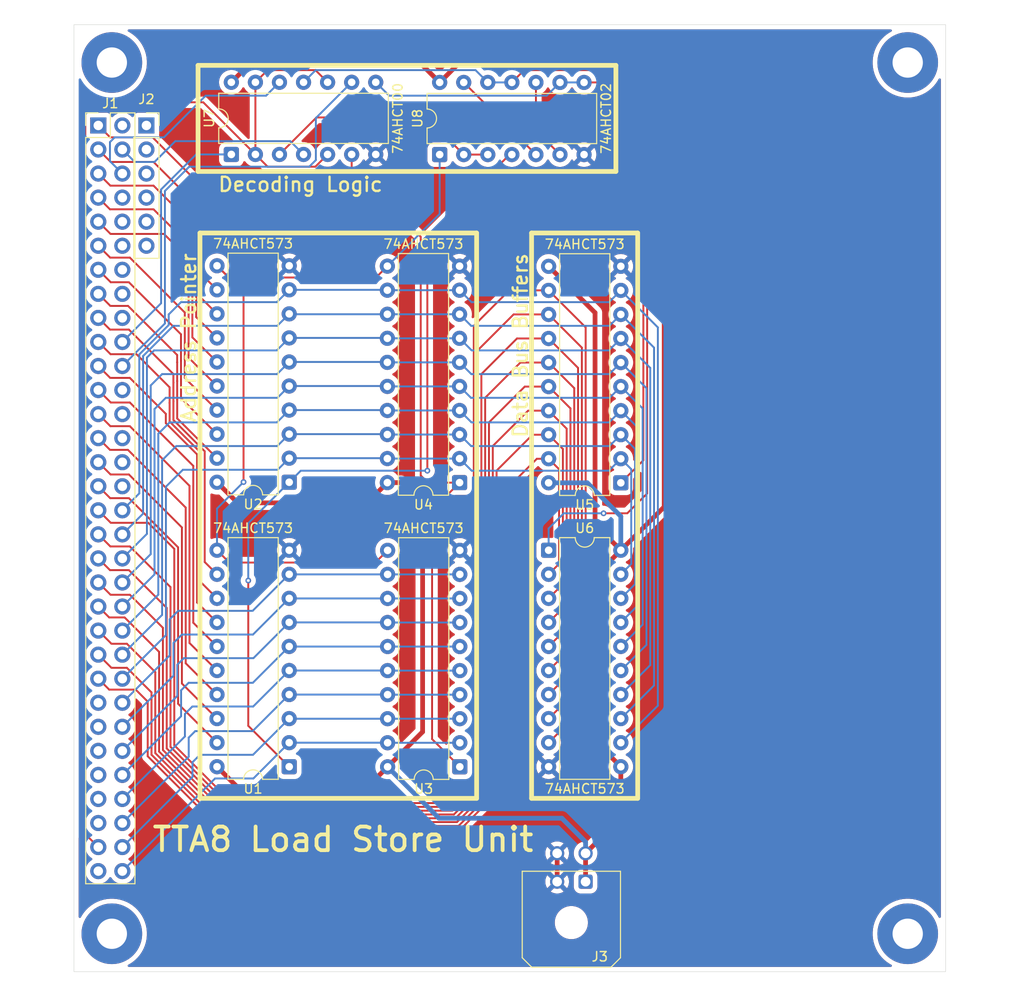
<source format=kicad_pcb>
(kicad_pcb (version 20241229) (generator "pcbnew") (generator_version "9.0")
  (title_block (title "TTA8 Load Store Unit") (date "2025-09-17") (rev "0"))
  (layers (0 "F.Cu" signal) (2 "B.Cu" signal) (13 "F.Paste" user) (15 "B.Paste" user) (5 "F.SilkS" user "F.Silkscreen") (7 "B.SilkS" user "B.Silkscreen") (1 "F.Mask" user) (3 "B.Mask" user) (25 "Edge.Cuts" user))
  (net 0 "")
  (net 1 "LDI")
  (net 2 "EXC")
  (net 3 "A13")
  (net 4 "SRC5")
  (net 5 "D6")
  (net 6 "A14")
  (net 7 "D1")
  (net 8 "T9")
  (net 9 "T8")
  (net 10 "DST6")
  (net 11 "A15")
  (net 12 "DST0")
  (net 13 "T0")
  (net 14 "A4")
  (net 15 "DST1")
  (net 16 "A0")
  (net 17 "T15")
  (net 18 "T14")
  (net 19 "T7")
  (net 20 "A6")
  (net 21 "T1")
  (net 22 "DST2")
  (net 23 "D7")
  (net 24 "T13")
  (net 25 "A3")
  (net 26 "ZERO")
  (net 27 "D2")
  (net 28 "A7")
  (net 29 "MVI")
  (net 30 "{slash}R")
  (net 31 "A9")
  (net 32 "DST4")
  (net 33 "T6")
  (net 34 "SRC1")
  (net 35 "A12")
  (net 36 "SRC3")
  (net 37 "D4")
  (net 38 "T4")
  (net 39 "DST3")
  (net 40 "A1")
  (net 41 "A2")
  (net 42 "T5")
  (net 43 "SRC2")
  (net 44 "T2")
  (net 45 "A8")
  (net 46 "SRC0")
  (net 47 "A10")
  (net 48 "D5")
  (net 49 "SRC7")
  (net 50 "D3")
  (net 51 "D0")
  (net 52 "A5")
  (net 53 "CLK")
  (net 54 "MOV")
  (net 55 "SRC6")
  (net 56 "DST7")
  (net 57 "CARRY")
  (net 58 "A11")
  (net 59 "DST5")
  (net 60 "T3")
  (net 61 "T12")
  (net 62 "T11")
  (net 63 "T10")
  (net 64 "SRC4")
  (net 65 "GND")
  (net 66 "+5V")
  (net 67 "srce2")
  (net 68 "dste0")
  (net 69 "srce0")
  (net 70 "dste2")
  (net 71 "dste1")
  (net 72 "srce1")
  (net 73 "Net-(U1-OE)")
  (net 74 "Net-(U1-Load)")
  (net 75 "Net-(U3-OE)")
  (net 76 "Net-(U5-OE)")
  (net 77 "Net-(U6-OE)")
  (net 78 "Net-(U7-Pad3)")
  (net 79 "Net-(U8-Pad13)")
  (net 80 "Net-(U8-Pad10)")
  (footprint "Connector_PinSocket_2.54mm:PinSocket_1x06_P2.54mm_Vertical" (layer "F.Cu") (at 62.65 57.645)
    (property "Reference" "J2")
    (property "Value" "Conn_01x06")
  )
  (footprint "Package_DIP:DIP-14_W7.62mm" (layer "F.Cu") (at 93.6 60.72 90)
    (property "Reference" "U8")
    (property "Value" "74AHCT02")
  )
  (footprint "Package_DIP:DIP-20_W7.62mm" (layer "F.Cu") (at 95.7 95.36 180)
    (property "Reference" "U4")
    (property "Value" "74AHCT573")
  )
  (footprint "Package_DIP:DIP-20_W7.62mm" (layer "F.Cu") (at 95.725 125.37 180)
    (property "Reference" "U3")
    (property "Value" "74AHCT573")
  )
  (footprint "MountingHole:MountingHole_3.2mm_M3_Pad" (layer "F.Cu") (at 59 143)
    (property "Reference" "H3" (hide yes))
    (property "Value" "MountingHole_Pad" (hide yes))
  )
  (footprint "Package_DIP:DIP-20_W7.62mm" (layer "F.Cu") (at 112.72 95.38 180)
    (property "Reference" "U5")
    (property "Value" "74AHCT573")
  )
  (footprint "MountingHole:MountingHole_3.2mm_M3_Pad" (layer "F.Cu") (at 143 51)
    (property "Reference" "H2" (hide yes))
    (property "Value" "MountingHole_Pad" (hide yes))
  )
  (footprint "Package_DIP:DIP-14_W7.62mm" (layer "F.Cu") (at 71.6125 60.705 90)
    (property "Reference" "U7")
    (property "Value" "74AHCT00")
  )
  (footprint "Connector_PinHeader_2.54mm:PinHeader_2x32_P2.54mm_Vertical" (layer "F.Cu") (at 57.57 57.645)
    (property "Reference" "J1")
    (property "Value" "Conn_02x32_Counter_Clockwise")
  )
  (footprint "MountingHole:MountingHole_3.2mm_M3_Pad" (layer "F.Cu") (at 59 51)
    (property "Reference" "H1" (hide yes))
    (property "Value" "MountingHole_Pad" (hide yes))
  )
  (footprint "Package_DIP:DIP-20_W7.62mm" (layer "F.Cu") (at 105.1 102.5)
    (property "Reference" "U6")
    (property "Value" "74AHCT573")
  )
  (footprint "Package_DIP:DIP-20_W7.62mm" (layer "F.Cu") (at 77.72 95.32 180)
    (property "Reference" "U2")
    (property "Value" "74AHCT573")
  )
  (footprint "Connector_Molex:Molex_Micro-Fit_3.0_43045-0400_2x02_P3.00mm_Horizontal" (layer "F.Cu") (at 109 137.5 180)
    (property "Reference" "J3")
    (property "Value" "Conn_02x02_Odd_Even")
  )
  (footprint "MountingHole:MountingHole_3.2mm_M3_Pad" (layer "F.Cu") (at 143 143)
    (property "Reference" "H4" (hide yes))
    (property "Value" "MountingHole_Pad" (hide yes))
  )
  (footprint "Package_DIP:DIP-20_W7.62mm" (layer "F.Cu") (at 77.72 125.36 180)
    (property "Reference" "U1")
    (property "Value" "74AHCT573")
  )
  (gr_line (start 68.1 51.3) (end 68.1 62.5) (stroke (width 0.5)) (layer "F.SilkS"))
  (gr_line (start 103.3 69) (end 114.5 69) (stroke (width 0.5)) (layer "F.SilkS"))
  (gr_line (start 97.5 128.7) (end 68.3 128.7) (stroke (width 0.5)) (layer "F.SilkS"))
  (gr_line (start 97.5 69) (end 68.3 69) (stroke (width 0.5)) (layer "F.SilkS"))
  (gr_line (start 112.2 51.3) (end 68.1 51.3) (stroke (width 0.5)) (layer "F.SilkS"))
  (gr_line (start 68.1 62.5) (end 112.2 62.5) (stroke (width 0.5)) (layer "F.SilkS"))
  (gr_line (start 112.2 62.5) (end 112.2 51.3) (stroke (width 0.5)) (layer "F.SilkS"))
  (gr_line (start 68.3 69) (end 68.3 128.7) (stroke (width 0.5)) (layer "F.SilkS"))
  (gr_line (start 97.5 69) (end 97.5 128.7) (stroke (width 0.5)) (layer "F.SilkS"))
  (gr_line (start 103.3 128.7) (end 114.5 128.7) (stroke (width 0.5)) (layer "F.SilkS"))
  (gr_line (start 103.3 128.7) (end 103.3 69) (stroke (width 0.5)) (layer "F.SilkS"))
  (gr_line (start 114.5 69) (end 114.5 128.7) (stroke (width 0.5)) (layer "F.SilkS"))
  (gr_rect (start 55 47) (end 147 147) (stroke (width 0.05)) (fill no) (layer "Edge.Cuts"))
  (gr_text "TTA8 Load Store Unit" (at 83.4 134.5 0) (layer "F.SilkS") (effects (font (size 2.5 2.5) (thickness 0.4)) (justify bottom)))
  (gr_text "Address Pointer" (at 68 71 90) (layer "F.SilkS") (effects (font (size 1.5 1.5) (thickness 0.25)) (justify right bottom)))
  (gr_text "Data Bus Buffers" (at 103 71 90) (layer "F.SilkS") (effects (font (size 1.5 1.5) (thickness 0.25)) (justify right bottom)))
  (gr_text "Decoding Logic" (at 70.1 63 0) (layer "F.SilkS") (effects (font (size 1.5 1.5) (thickness 0.25)) (justify left top)))
  (segment (start 70.1 117.74) (end 66.795 114.435) (width 0.2) (layer "F.Cu") (net 3))
  (segment (start 66.795 114.435) (end 66.795 97.995) (width 0.2) (layer "F.Cu") (net 3))
  (segment (start 58.805 91.9) (end 57.57 90.665) (width 0.2) (layer "F.Cu") (net 3))
  (segment (start 60.7 91.9) (end 58.805 91.9) (width 0.2) (layer "F.Cu") (net 3))
  (segment (start 66.795 97.995) (end 60.7 91.9) (width 0.2) (layer "F.Cu") (net 3))
  (segment (start 70.7034 131.606) (end 95.5966 131.606) (width 0.2) (layer "F.Cu") (net 5))
  (segment (start 106.602 106.078) (end 105.1 107.58) (width 0.2) (layer "F.Cu") (net 5))
  (segment (start 99.606 94.094) (end 103.4 90.3) (width 0.2) (layer "F.Cu") (net 5))
  (segment (start 60.58676 114.914) (end 63.186 117.51324) (width 0.2) (layer "F.Cu") (net 5))
  (segment (start 58.959 114.914) (end 60.58676 114.914) (width 0.2) (layer "F.Cu") (net 5))
  (segment (start 95.5966 131.606) (end 99.606 127.5966) (width 0.2) (layer "F.Cu") (net 5))
  (segment (start 105.1 90.3) (end 106.602 91.802) (width 0.2) (layer "F.Cu") (net 5))
  (segment (start 63.186 117.51324) (end 63.186 124.0886) (width 0.2) (layer "F.Cu") (net 5))
  (segment (start 99.606 127.5966) (end 99.606 94.094) (width 0.2) (layer "F.Cu") (net 5))
  (segment (start 105.1 90.3) (end 103.4 90.3) (width 0.2) (layer "F.Cu") (net 5))
  (segment (start 106.602 91.802) (end 106.602 106.078) (width 0.2) (layer "F.Cu") (net 5))
  (segment (start 63.186 124.0886) (end 70.7034 131.606) (width 0.2) (layer "F.Cu") (net 5))
  (segment (start 57.57 113.525) (end 58.959 114.914) (width 0.2) (layer "F.Cu") (net 5))
  (segment (start 60.8 94.5) (end 58.865 94.5) (width 0.2) (layer "F.Cu") (net 6))
  (segment (start 58.865 94.5) (end 57.57 93.205) (width 0.2) (layer "F.Cu") (net 6))
  (segment (start 66.394 116.574) (end 66.394 100.094) (width 0.2) (layer "F.Cu") (net 6))
  (segment (start 66.394 100.094) (end 60.8 94.5) (width 0.2) (layer "F.Cu") (net 6))
  (segment (start 70.1 120.28) (end 66.394 116.574) (width 0.2) (layer "F.Cu") (net 6))
  (segment (start 60.9 102.1) (end 65.191 106.391) (width 0.2) (layer "F.Cu") (net 7))
  (segment (start 108.607 81.107) (end 108.607 116.773) (width 0.2) (layer "F.Cu") (net 7))
  (segment (start 65.191 106.391) (end 65.191 123.2581) (width 0.2) (layer "F.Cu") (net 7))
  (segment (start 97.601 126.7661) (end 97.601 81.399) (width 0.2) (layer "F.Cu") (net 7))
  (segment (start 97.601 81.399) (end 101.4 77.6) (width 0.2) (layer "F.Cu") (net 7))
  (segment (start 71.5339 129.601) (end 94.7661 129.601) (width 0.2) (layer "F.Cu") (net 7))
  (segment (start 65.191 123.2581) (end 71.5339 129.601) (width 0.2) (layer "F.Cu") (net 7))
  (segment (start 94.7661 129.601) (end 97.601 126.7661) (width 0.2) (layer "F.Cu") (net 7))
  (segment (start 57.57 100.825) (end 58.845 102.1) (width 0.2) (layer "F.Cu") (net 7))
  (segment (start 108.607 116.773) (end 105.1 120.28) (width 0.2) (layer "F.Cu") (net 7))
  (segment (start 105.1 77.6) (end 101.4 77.6) (width 0.2) (layer "F.Cu") (net 7))
  (segment (start 58.845 102.1) (end 60.9 102.1) (width 0.2) (layer "F.Cu") (net 7))
  (segment (start 105.1 77.6) (end 108.607 81.107) (width 0.2) (layer "F.Cu") (net 7))
  (segment (start 77.72 107.58) (end 73.9 111.4) (width 0.2) (layer "B.Cu") (net 8))
  (segment (start 77.79 107.59) (end 88.105 107.59) (width 0.2) (layer "B.Cu") (net 8))
  (segment (start 73.9 111.4) (end 66.4 111.4) (width 0.2) (layer "B.Cu") (net 8))
  (segment (start 65.509 115.746) (end 60.11 121.145) (width 0.2) (layer "B.Cu") (net 8))
  (segment (start 77.72 107.58) (end 77.78 107.58) (width 0.2) (layer "B.Cu") (net 8))
  (segment (start 66.4 111.4) (end 65.509 112.291) (width 0.2) (layer "B.Cu") (net 8))
  (segment (start 95.725 107.59) (end 88.105 107.59) (width 0.2) (layer "B.Cu") (net 8))
  (segment (start 77.78 107.58) (end 77.79 107.59) (width 0.2) (layer "B.Cu") (net 8))
  (segment (start 65.509 112.291) (end 65.509 115.746) (width 0.2) (layer "B.Cu") (net 8))
  (segment (start 65.108 113.607) (end 60.11 118.605) (width 0.2) (layer "B.Cu") (net 9))
  (segment (start 77.75 105.05) (end 88.105 105.05) (width 0.2) (layer "B.Cu") (net 9))
  (segment (start 77.72 105.04) (end 77.74 105.04) (width 0.2) (layer "B.Cu") (net 9))
  (segment (start 66 108.9) (end 65.108 109.792) (width 0.2) (layer "B.Cu") (net 9))
  (segment (start 77.72 105.04) (end 73.86 108.9) (width 0.2) (layer "B.Cu") (net 9))
  (segment (start 65.108 109.792) (end 65.108 113.607) (width 0.2) (layer "B.Cu") (net 9))
  (segment (start 73.86 108.9) (end 66 108.9) (width 0.2) (layer "B.Cu") (net 9))
  (segment (start 88.105 105.05) (end 95.725 105.05) (width 0.2) (layer "B.Cu") (net 9))
  (segment (start 77.74 105.04) (end 77.75 105.05) (width 0.2) (layer "B.Cu") (net 9))
  (segment (start 65.993 102.193) (end 60.8 97) (width 0.2) (layer "F.Cu") (net 11))
  (segment (start 60.8 97) (end 58.825 97) (width 0.2) (layer "F.Cu") (net 11))
  (segment (start 58.825 97) (end 57.57 95.745) (width 0.2) (layer "F.Cu") (net 11))
  (segment (start 65.993 118.713) (end 65.993 102.193) (width 0.2) (layer "F.Cu") (net 11))
  (segment (start 70.1 122.82) (end 65.993 118.713) (width 0.2) (layer "F.Cu") (net 11))
  (segment (start 116.628 78.968) (end 116.628 118.912) (width 0.2) (layer "B.Cu") (net 13))
  (segment (start 77.72 75) (end 76.42 76.3) (width 0.2) (layer "B.Cu") (net 13))
  (segment (start 116.628 118.912) (end 112.72 122.82) (width 0.2) (layer "B.Cu") (net 13))
  (segment (start 65.002 78.7201) (end 61.9 81.8221) (width 0.2) (layer "B.Cu") (net 13))
  (segment (start 76.42 76.3) (end 66.3 76.3) (width 0.2) (layer "B.Cu") (net 13))
  (segment (start 88.04 75) (end 88.08 75.04) (width 0.2) (layer "B.Cu") (net 13))
  (segment (start 61.9 96.495) (end 60.11 98.285) (width 0.2) (layer "B.Cu") (net 13))
  (segment (start 111.48 76.3) (end 96.96 76.3) (width 0.2) (layer "B.Cu") (net 13))
  (segment (start 88.08 75.04) (end 95.7 75.04) (width 0.2) (layer "B.Cu") (net 13))
  (segment (start 111.48 76.3) (end 112.72 75.06) (width 0.2) (layer "B.Cu") (net 13))
  (segment (start 61.9 81.8221) (end 61.9 96.495) (width 0.2) (layer "B.Cu") (net 13))
  (segment (start 66.3 76.3) (end 65.002 77.598) (width 0.2) (layer "B.Cu") (net 13))
  (segment (start 95.7 75.04) (end 96.96 76.3) (width 0.2) (layer "B.Cu") (net 13))
  (segment (start 77.72 75) (end 88.04 75) (width 0.2) (layer "B.Cu") (net 13))
  (segment (start 65.002 77.598) (end 65.002 78.7201) (width 0.2) (layer "B.Cu") (net 13))
  (segment (start 112.72 75.06) (end 116.628 78.968) (width 0.2) (layer "B.Cu") (net 13))
  (segment (start 58.865 69.1) (end 57.57 67.805) (width 0.2) (layer "F.Cu") (net 14))
  (segment (start 67.099 71.699) (end 64.5 69.1) (width 0.2) (layer "F.Cu") (net 14))
  (segment (start 67.099 82.159) (end 67.099 71.699) (width 0.2) (layer "F.Cu") (net 14))
  (segment (start 64.5 69.1) (end 58.865 69.1) (width 0.2) (layer "F.Cu") (net 14))
  (segment (start 70.1 85.16) (end 67.099 82.159) (width 0.2) (layer "F.Cu") (net 14))
  (segment (start 67.895 60.705) (end 71.6125 60.705) (width 0.2) (layer "B.Cu") (net 15))
  (segment (start 64.2 64.4) (end 64.2 76.415) (width 0.2) (layer "B.Cu") (net 15))
  (segment (start 64.2 76.415) (end 60.11 80.505) (width 0.2) (layer "B.Cu") (net 15))
  (segment (start 67.895 60.705) (end 64.2 64.4) (width 0.2) (layer "B.Cu") (net 15))
  (segment (start 68.7 64.3) (end 63.3 58.9) (width 0.2) (layer "F.Cu") (net 16))
  (segment (start 58.825 58.9) (end 57.57 57.645) (width 0.2) (layer "F.Cu") (net 16))
  (segment (start 63.3 58.9) (end 58.825 58.9) (width 0.2) (layer "F.Cu") (net 16))
  (segment (start 70.1 75) (end 68.7 73.6) (width 0.2) (layer "F.Cu") (net 16))
  (segment (start 68.7 73.6) (end 68.7 64.3) (width 0.2) (layer "F.Cu") (net 16))
  (segment (start 73.94 126.6) (end 69.894999 126.6) (width 0.2) (layer "B.Cu") (net 17))
  (segment (start 69.894999 126.6) (end 60.11 136.384999) (width 0.2) (layer "B.Cu") (net 17))
  (segment (start 88.095 122.82) (end 88.105 122.83) (width 0.2) (layer "B.Cu") (net 17))
  (segment (start 77.72 122.82) (end 88.095 122.82) (width 0.2) (layer "B.Cu") (net 17))
  (segment (start 88.105 122.83) (end 95.725 122.83) (width 0.2) (layer "B.Cu") (net 17))
  (segment (start 60.11 136.384999) (end 60.11 136.385) (width 0.2) (layer "B.Cu") (net 17))
  (segment (start 77.72 122.82) (end 73.94 126.6) (width 0.2) (layer "B.Cu") (net 17))
  (segment (start 95.725 120.29) (end 88.105 120.29) (width 0.2) (layer "B.Cu") (net 18))
  (segment (start 77.73 120.29) (end 77.72 120.28) (width 0.2) (layer "B.Cu") (net 18))
  (segment (start 73.9 124.1) (end 68.3 124.1) (width 0.2) (layer "B.Cu") (net 18))
  (segment (start 68.3 124.1) (end 67.514 124.886) (width 0.2) (layer "B.Cu") (net 18))
  (segment (start 88.105 120.29) (end 77.73 120.29) (width 0.2) (layer "B.Cu") (net 18))
  (segment (start 67.514 124.886) (end 67.514 126.441) (width 0.2) (layer "B.Cu") (net 18))
  (segment (start 77.72 120.28) (end 73.9 124.1) (width 0.2) (layer "B.Cu") (net 18))
  (segment (start 67.514 126.441) (end 60.11 133.845) (width 0.2) (layer "B.Cu") (net 18))
  (segment (start 88.08 92.82) (end 95.7 92.82) (width 0.2) (layer "B.Cu") (net 19))
  (segment (start 77.72 92.78) (end 88.04 92.78) (width 0.2) (layer "B.Cu") (net 19))
  (segment (start 64.707 111.468) (end 60.11 116.065) (width 0.2) (layer "B.Cu") (net 19))
  (segment (start 113.821 93.941) (end 113.821 103.939) (width 0.2) (layer "B.Cu") (net 19))
  (segment (start 76.5 94) (end 66.5 94) (width 0.2) (layer "B.Cu") (net 19))
  (segment (start 66.5 94) (end 64.707 95.793) (width 0.2) (layer "B.Cu") (net 19))
  (segment (start 111.46 94.1) (end 112.72 92.84) (width 0.2) (layer "B.Cu") (net 19))
  (segment (start 88.04 92.78) (end 88.08 92.82) (width 0.2) (layer "B.Cu") (net 19))
  (segment (start 64.707 95.793) (end 64.707 111.468) (width 0.2) (layer "B.Cu") (net 19))
  (segment (start 113.821 103.939) (end 112.72 105.04) (width 0.2) (layer "B.Cu") (net 19))
  (segment (start 112.72 92.84) (end 113.821 93.941) (width 0.2) (layer "B.Cu") (net 19))
  (segment (start 95.7 92.82) (end 96.98 94.1) (width 0.2) (layer "B.Cu") (net 19))
  (segment (start 77.72 92.78) (end 76.5 94) (width 0.2) (layer "B.Cu") (net 19))
  (segment (start 96.98 94.1) (end 111.46 94.1) (width 0.2) (layer "B.Cu") (net 19))
  (segment (start 60.8 74.2) (end 58.885 74.2) (width 0.2) (layer "F.Cu") (net 20))
  (segment (start 66.3 84.4671) (end 66.299 84.4661) (width 0.2) (layer "F.Cu") (net 20))
  (segment (start 66.299 82.4932) (end 66.297 82.4912) (width 0.2) (layer "F.Cu") (net 20))
  (segment (start 58.885 74.2) (end 57.57 72.885) (width 0.2) (layer "F.Cu") (net 20))
  (segment (start 66.3 86.44) (end 66.3 84.4671) (width 0.2) (layer "F.Cu") (net 20))
  (segment (start 66.299 84.4661) (end 66.299 82.4932) (width 0.2) (layer "F.Cu") (net 20))
  (segment (start 70.1 90.24) (end 66.3 86.44) (width 0.2) (layer "F.Cu") (net 20))
  (segment (start 66.297 82.4912) (end 66.297 79.697) (width 0.2) (layer "F.Cu") (net 20))
  (segment (start 66.297 79.697) (end 60.8 74.2) (width 0.2) (layer "F.Cu") (net 20))
  (segment (start 96.92 78.8) (end 111.52 78.8) (width 0.2) (layer "B.Cu") (net 21))
  (segment (start 77.84 77.54) (end 77.88 77.58) (width 0.2) (layer "B.Cu") (net 21))
  (segment (start 116.227 116.773) (end 112.72 120.28) (width 0.2) (layer "B.Cu") (net 21))
  (segment (start 116.227 81.107) (end 116.227 116.773) (width 0.2) (layer "B.Cu") (net 21))
  (segment (start 77.72 77.54) (end 77.84 77.54) (width 0.2) (layer "B.Cu") (net 21))
  (segment (start 76.46 78.8) (end 65.4892 78.8) (width 0.2) (layer "B.Cu") (net 21))
  (segment (start 77.72 77.54) (end 76.46 78.8) (width 0.2) (layer "B.Cu") (net 21))
  (segment (start 112.72 77.6) (end 116.227 81.107) (width 0.2) (layer "B.Cu") (net 21))
  (segment (start 62.301 81.9882) (end 62.301 98.634) (width 0.2) (layer "B.Cu") (net 21))
  (segment (start 88.08 77.58) (end 95.7 77.58) (width 0.2) (layer "B.Cu") (net 21))
  (segment (start 111.52 78.8) (end 112.72 77.6) (width 0.2) (layer "B.Cu") (net 21))
  (segment (start 95.7 77.58) (end 96.92 78.8) (width 0.2) (layer "B.Cu") (net 21))
  (segment (start 62.301 98.634) (end 60.11 100.825) (width 0.2) (layer "B.Cu") (net 21))
  (segment (start 77.88 77.58) (end 88.08 77.58) (width 0.2) (layer "B.Cu") (net 21))
  (segment (start 65.4892 78.8) (end 62.301 81.9882) (width 0.2) (layer "B.Cu") (net 21))
  (segment (start 64.601 78.554) (end 60.11 83.045) (width 0.2) (layer "B.Cu") (net 22))
  (segment (start 80.5325 56.865) (end 80.5325 61.3) (width 0.2) (layer "B.Cu") (net 22))
  (segment (start 80.5325 61.3) (end 79.8325 62) (width 0.2) (layer "B.Cu") (net 22))
  (segment (start 67.1671 62) (end 64.601 64.5661) (width 0.2) (layer "B.Cu") (net 22))
  (segment (start 64.601 64.5661) (end 64.601 78.554) (width 0.2) (layer "B.Cu") (net 22))
  (segment (start 84.3125 53.085) (end 80.5325 56.865) (width 0.2) (layer "B.Cu") (net 22))
  (segment (start 67.1671 62) (end 79.8325 62) (width 0.2) (layer "B.Cu") (net 22))
  (segment (start 58.721 117.216) (end 61.516 117.216) (width 0.2) (layer "F.Cu") (net 23))
  (segment (start 105.1 92.84) (end 106.201 93.941) (width 0.2) (layer "F.Cu") (net 23))
  (segment (start 106.201 93.941) (end 106.201 103.939) (width 0.2) (layer "F.Cu") (net 23))
  (segment (start 105.1 92.84) (end 103.86 92.84) (width 0.2) (layer "F.Cu") (net 23))
  (segment (start 57.57 116.065) (end 58.721 117.216) (width 0.2) (layer "F.Cu") (net 23))
  (segment (start 62.785 118.485) (end 62.785 124.2547) (width 0.2) (layer "F.Cu") (net 23))
  (segment (start 61.516 117.216) (end 62.785 118.485) (width 0.2) (layer "F.Cu") (net 23))
  (segment (start 95.7627 132.007) (end 100.007 127.7627) (width 0.2) (layer "F.Cu") (net 23))
  (segment (start 62.785 124.2547) (end 70.5373 132.007) (width 0.2) (layer "F.Cu") (net 23))
  (segment (start 100.007 127.7627) (end 100.007 96.693) (width 0.2) (layer "F.Cu") (net 23))
  (segment (start 70.5373 132.007) (end 95.7627 132.007) (width 0.2) (layer "F.Cu") (net 23))
  (segment (start 100.007 96.693) (end 103.86 92.84) (width 0.2) (layer "F.Cu") (net 23))
  (segment (start 106.201 103.939) (end 105.1 105.04) (width 0.2) (layer "F.Cu") (net 23))
  (segment (start 77.72 117.74) (end 88.095 117.74) (width 0.2) (layer "B.Cu") (net 24))
  (segment (start 77.72 117.74) (end 73.86 121.6) (width 0.2) (layer "B.Cu") (net 24))
  (segment (start 67.113 124.302) (end 60.11 131.305) (width 0.2) (layer "B.Cu") (net 24))
  (segment (start 67.8 121.6) (end 67.113 122.287) (width 0.2) (layer "B.Cu") (net 24))
  (segment (start 73.86 121.6) (end 67.8 121.6) (width 0.2) (layer "B.Cu") (net 24))
  (segment (start 88.105 117.75) (end 95.725 117.75) (width 0.2) (layer "B.Cu") (net 24))
  (segment (start 67.113 122.287) (end 67.113 124.302) (width 0.2) (layer "B.Cu") (net 24))
  (segment (start 88.095 117.74) (end 88.105 117.75) (width 0.2) (layer "B.Cu") (net 24))
  (segment (start 63.4 66.5) (end 58.805 66.5) (width 0.2) (layer "F.Cu") (net 25))
  (segment (start 67.5 70.6) (end 63.4 66.5) (width 0.2) (layer "F.Cu") (net 25))
  (segment (start 70.1 82.62) (end 67.5 80.02) (width 0.2) (layer "F.Cu") (net 25))
  (segment (start 58.805 66.5) (end 57.57 65.265) (width 0.2) (layer "F.Cu") (net 25))
  (segment (start 67.5 80.02) (end 67.5 70.6) (width 0.2) (layer "F.Cu") (net 25))
  (segment (start 108.206 83.246) (end 108.206 114.634) (width 0.2) (layer "F.Cu") (net 27))
  (segment (start 105.1 80.14) (end 108.206 83.246) (width 0.2) (layer "F.Cu") (net 27))
  (segment (start 71.3678 130.002) (end 94.9322 130.002) (width 0.2) (layer "F.Cu") (net 27))
  (segment (start 57.57 103.365) (end 58.805 104.6) (width 0.2) (layer "F.Cu") (net 27))
  (segment (start 58.805 104.6) (end 60.8 104.6) (width 0.2) (layer "F.Cu") (net 27))
  (segment (start 60.8 104.6) (end 64.79 108.59) (width 0.2) (layer "F.Cu") (net 27))
  (segment (start 98.002 126.9322) (end 98.002 83.898) (width 0.2) (layer "F.Cu") (net 27))
  (segment (start 64.79 108.59) (end 64.79 123.4242) (width 0.2) (layer "F.Cu") (net 27))
  (segment (start 94.9322 130.002) (end 98.002 126.9322) (width 0.2) (layer "F.Cu") (net 27))
  (segment (start 98.002 83.898) (end 101.76 80.14) (width 0.2) (layer "F.Cu") (net 27))
  (segment (start 105.1 80.14) (end 101.76 80.14) (width 0.2) (layer "F.Cu") (net 27))
  (segment (start 108.206 114.634) (end 105.1 117.74) (width 0.2) (layer "F.Cu") (net 27))
  (segment (start 64.79 123.4242) (end 71.3678 130.002) (width 0.2) (layer "F.Cu") (net 27))
  (segment (start 65.9 86.6071) (end 65.899 86.6061) (width 0.2) (layer "F.Cu") (net 28))
  (segment (start 65.896 82.6573) (end 65.896 81.88524) (width 0.2) (layer "F.Cu") (net 28))
  (segment (start 65.898 84.6322) (end 65.898 82.6593) (width 0.2) (layer "F.Cu") (net 28))
  (segment (start 60.71076 76.7) (end 58.845 76.7) (width 0.2) (layer "F.Cu") (net 28))
  (segment (start 65.899 86.6061) (end 65.899 84.6332) (width 0.2) (layer "F.Cu") (net 28))
  (segment (start 65.9 88.58) (end 65.9 86.6071) (width 0.2) (layer "F.Cu") (net 28))
  (segment (start 70.1 92.78) (end 65.9 88.58) (width 0.2) (layer "F.Cu") (net 28))
  (segment (start 65.896 81.88524) (end 60.71076 76.7) (width 0.2) (layer "F.Cu") (net 28))
  (segment (start 58.845 76.7) (end 57.57 75.425) (width 0.2) (layer "F.Cu") (net 28))
  (segment (start 65.899 84.6332) (end 65.898 84.6322) (width 0.2) (layer "F.Cu") (net 28))
  (segment (start 65.898 82.6593) (end 65.896 82.6573) (width 0.2) (layer "F.Cu") (net 28))
  (segment (start 68.399 105.879) (end 68.399 92.2132) (width 0.2) (layer "F.Cu") (net 31))
  (segment (start 65.098 88.9122) (end 65.098 86.9393) (width 0.2) (layer "F.Cu") (net 31))
  (segment (start 65.097 86.9383) (end 65.097 85.297) (width 0.2) (layer "F.Cu") (net 31))
  (segment (start 65.097 85.297) (end 61.6 81.8) (width 0.2) (layer "F.Cu") (net 31))
  (segment (start 70.1 107.58) (end 68.399 105.879) (width 0.2) (layer "F.Cu") (net 31))
  (segment (start 65.098 86.9393) (end 65.097 86.9383) (width 0.2) (layer "F.Cu") (net 31))
  (segment (start 68.399 92.2132) (end 65.098 88.9122) (width 0.2) (layer "F.Cu") (net 31))
  (segment (start 61.6 81.8) (end 58.865 81.8) (width 0.2) (layer "F.Cu") (net 31))
  (segment (start 58.865 81.8) (end 57.57 80.505) (width 0.2) (layer "F.Cu") (net 31))
  (segment (start 64.306 109.329) (end 60.11 113.525) (width 0.2) (layer "B.Cu") (net 33))
  (segment (start 64.306 92.994) (end 64.306 109.329) (width 0.2) (layer "B.Cu") (net 33))
  (segment (start 65.8 91.5) (end 64.306 92.994) (width 0.2) (layer "B.Cu") (net 33))
  (segment (start 111.52 91.5) (end 112.72 90.3) (width 0.2) (layer "B.Cu") (net 33))
  (segment (start 114.222 91.802) (end 114.222 106.078) (width 0.2) (layer "B.Cu") (net 33))
  (segment (start 77.72 90.24) (end 76.46 91.5) (width 0.2) (layer "B.Cu") (net 33))
  (segment (start 114.222 106.078) (end 112.72 107.58) (width 0.2) (layer "B.Cu") (net 33))
  (segment (start 112.72 90.3) (end 114.222 91.802) (width 0.2) (layer "B.Cu") (net 33))
  (segment (start 111.52 91.5) (end 96.92 91.5) (width 0.2) (layer "B.Cu") (net 33))
  (segment (start 88.08 90.28) (end 95.7 90.28) (width 0.2) (layer "B.Cu") (net 33))
  (segment (start 88.04 90.24) (end 88.08 90.28) (width 0.2) (layer "B.Cu") (net 33))
  (segment (start 76.46 91.5) (end 65.8 91.5) (width 0.2) (layer "B.Cu") (net 33))
  (segment (start 77.72 90.24) (end 88.04 90.24) (width 0.2) (layer "B.Cu") (net 33))
  (segment (start 95.7 90.28) (end 96.92 91.5) (width 0.2) (layer "B.Cu") (net 33))
  (segment (start 79.2325 60.705) (end 77.8275 59.3) (width 0.2) (layer "B.Cu") (net 34))
  (segment (start 65.7 59.3) (end 63.5 61.5) (width 0.2) (layer "B.Cu") (net 34))
  (segment (start 61.425 61.5) (end 60.11 60.185) (width 0.2) (layer "B.Cu") (net 34))
  (segment (start 63.5 61.5) (end 61.425 61.5) (width 0.2) (layer "B.Cu") (net 34))
  (segment (start 65.7 59.3) (end 77.8275 59.3) (width 0.2) (layer "B.Cu") (net 34))
  (segment (start 70.1 115.2) (end 67.196 112.296) (width 0.2) (layer "F.Cu") (net 35))
  (segment (start 67.196 112.296) (end 67.196 95.696) (width 0.2) (layer "F.Cu") (net 35))
  (segment (start 58.845 89.4) (end 57.57 88.125) (width 0.2) (layer "F.Cu") (net 35))
  (segment (start 60.9 89.4) (end 58.845 89.4) (width 0.2) (layer "F.Cu") (net 35))
  (segment (start 67.196 95.696) (end 60.9 89.4) (width 0.2) (layer "F.Cu") (net 35))
  (segment (start 57.57 108.445) (end 58.721 109.596) (width 0.2) (layer "F.Cu") (net 37))
  (segment (start 95.2644 130.804) (end 98.804 127.2644) (width 0.2) (layer "F.Cu") (net 37))
  (segment (start 63.988 123.7564) (end 71.0356 130.804) (width 0.2) (layer "F.Cu") (net 37))
  (segment (start 63.988 113.23524) (end 63.988 123.7564) (width 0.2) (layer "F.Cu") (net 37))
  (segment (start 60.34876 109.596) (end 63.988 113.23524) (width 0.2) (layer "F.Cu") (net 37))
  (segment (start 107.404 87.524) (end 107.404 110.356) (width 0.2) (layer "F.Cu") (net 37))
  (segment (start 105.1 85.22) (end 102.58 85.22) (width 0.2) (layer "F.Cu") (net 37))
  (segment (start 107.404 110.356) (end 105.1 112.66) (width 0.2) (layer "F.Cu") (net 37))
  (segment (start 58.721 109.596) (end 60.34876 109.596) (width 0.2) (layer "F.Cu") (net 37))
  (segment (start 98.804 88.996) (end 102.58 85.22) (width 0.2) (layer "F.Cu") (net 37))
  (segment (start 98.804 127.2644) (end 98.804 88.996) (width 0.2) (layer "F.Cu") (net 37))
  (segment (start 71.0356 130.804) (end 95.2644 130.804) (width 0.2) (layer "F.Cu") (net 37))
  (segment (start 105.1 85.22) (end 107.404 87.524) (width 0.2) (layer "F.Cu") (net 37))
  (segment (start 115.024 110.356) (end 112.72 112.66) (width 0.2) (layer "B.Cu") (net 38))
  (segment (start 77.72 85.16) (end 76.48 86.4) (width 0.2) (layer "B.Cu") (net 38))
  (segment (start 111.54 86.4) (end 96.9 86.4) (width 0.2) (layer "B.Cu") (net 38))
  (segment (start 115.024 87.524) (end 115.024 110.356) (width 0.2) (layer "B.Cu") (net 38))
  (segment (start 112.72 85.22) (end 115.024 87.524) (width 0.2) (layer "B.Cu") (net 38))
  (segment (start 88.04 85.16) (end 88.08 85.2) (width 0.2) (layer "B.Cu") (net 38))
  (segment (start 63.504 87.596) (end 63.504 105.051) (width 0.2) (layer "B.Cu") (net 38))
  (segment (start 95.7 85.2) (end 96.9 86.4) (width 0.2) (layer "B.Cu") (net 38))
  (segment (start 88.08 85.2) (end 95.7 85.2) (width 0.2) (layer "B.Cu") (net 38))
  (segment (start 63.504 105.051) (end 60.11 108.445) (width 0.2) (layer "B.Cu") (net 38))
  (segment (start 76.48 86.4) (end 64.7 86.4) (width 0.2) (layer "B.Cu") (net 38))
  (segment (start 64.7 86.4) (end 63.504 87.596) (width 0.2) (layer "B.Cu") (net 38))
  (segment (start 77.72 85.16) (end 88.04 85.16) (width 0.2) (layer "B.Cu") (net 38))
  (segment (start 111.54 86.4) (end 112.72 85.22) (width 0.2) (layer "B.Cu") (net 38))
  (segment (start 58.885 61.5) (end 57.57 60.185) (width 0.2) (layer "F.Cu") (net 40))
  (segment (start 68.3 66.4) (end 63.4 61.5) (width 0.2) (layer "F.Cu") (net 40))
  (segment (start 70.1 77.54) (end 68.3 75.74) (width 0.2) (layer "F.Cu") (net 40))
  (segment (start 68.3 75.74) (end 68.3 66.4) (width 0.2) (layer "F.Cu") (net 40))
  (segment (start 63.4 61.5) (end 58.885 61.5) (width 0.2) (layer "F.Cu") (net 40))
  (segment (start 67.9 77.88) (end 67.9 68.5) (width 0.2) (layer "F.Cu") (net 41))
  (segment (start 58.845 64) (end 57.57 62.725) (width 0.2) (layer "F.Cu") (net 41))
  (segment (start 63.4 64) (end 58.845 64) (width 0.2) (layer "F.Cu") (net 41))
  (segment (start 70.1 80.08) (end 67.9 77.88) (width 0.2) (layer "F.Cu") (net 41))
  (segment (start 67.9 68.5) (end 63.4 64) (width 0.2) (layer "F.Cu") (net 41))
  (segment (start 65.1 89) (end 63.905 90.195) (width 0.2) (layer "B.Cu") (net 42))
  (segment (start 88.08 87.74) (end 95.7 87.74) (width 0.2) (layer "B.Cu") (net 42))
  (segment (start 111.48 89) (end 112.72 87.76) (width 0.2) (layer "B.Cu") (net 42))
  (segment (start 114.623 89.663) (end 114.623 108.217) (width 0.2) (layer "B.Cu") (net 42))
  (segment (start 63.905 90.195) (end 63.905 107.19) (width 0.2) (layer "B.Cu") (net 42))
  (segment (start 96.96 89) (end 111.48 89) (width 0.2) (layer "B.Cu") (net 42))
  (segment (start 77.72 87.7) (end 88.04 87.7) (width 0.2) (layer "B.Cu") (net 42))
  (segment (start 63.905 107.19) (end 60.11 110.985) (width 0.2) (layer "B.Cu") (net 42))
  (segment (start 95.7 87.74) (end 96.96 89) (width 0.2) (layer "B.Cu") (net 42))
  (segment (start 112.72 87.76) (end 114.623 89.663) (width 0.2) (layer "B.Cu") (net 42))
  (segment (start 88.04 87.7) (end 88.08 87.74) (width 0.2) (layer "B.Cu") (net 42))
  (segment (start 114.623 108.217) (end 112.72 110.12) (width 0.2) (layer "B.Cu") (net 42))
  (segment (start 76.42 89) (end 65.1 89) (width 0.2) (layer "B.Cu") (net 42))
  (segment (start 77.72 87.7) (end 76.42 89) (width 0.2) (layer "B.Cu") (net 42))
  (segment (start 68.9 54.5) (end 64.5 58.9) (width 0.2) (layer "B.Cu") (net 43))
  (segment (start 58.8 61.415) (end 60.11 62.725) (width 0.2) (layer "B.Cu") (net 43))
  (segment (start 59.3 58.9) (end 58.8 59.4) (width 0.2) (layer "B.Cu") (net 43))
  (segment (start 76.6925 53.085) (end 75.2775 54.5) (width 0.2) (layer "B.Cu") (net 43))
  (segment (start 64.5 58.9) (end 59.3 58.9) (width 0.2) (layer "B.Cu") (net 43))
  (segment (start 68.9 54.5) (end 75.2775 54.5) (width 0.2) (layer "B.Cu") (net 43))
  (segment (start 58.8 59.4) (end 58.8 61.415) (width 0.2) (layer "B.Cu") (net 43))
  (segment (start 111.46 81.4) (end 96.98 81.4) (width 0.2) (layer "B.Cu") (net 44))
  (segment (start 62.702 82.1543) (end 62.702 100.773) (width 0.2) (layer "B.Cu") (net 44))
  (segment (start 115.826 83.246) (end 115.826 114.634) (width 0.2) (layer "B.Cu") (net 44))
  (segment (start 111.46 81.4) (end 112.72 80.14) (width 0.2) (layer "B.Cu") (net 44))
  (segment (start 112.72 80.14) (end 115.826 83.246) (width 0.2) (layer "B.Cu") (net 44))
  (segment (start 77.72 80.08) (end 88.04 80.08) (width 0.2) (layer "B.Cu") (net 44))
  (segment (start 62.702 100.773) (end 60.11 103.365) (width 0.2) (layer "B.Cu") (net 44))
  (segment (start 115.826 114.634) (end 112.72 117.74) (width 0.2) (layer "B.Cu") (net 44))
  (segment (start 77.72 80.08) (end 76.4 81.4) (width 0.2) (layer "B.Cu") (net 44))
  (segment (start 63.4563 81.4) (end 62.702 82.1543) (width 0.2) (layer "B.Cu") (net 44))
  (segment (start 88.04 80.08) (end 88.08 80.12) (width 0.2) (layer "B.Cu") (net 44))
  (segment (start 88.08 80.12) (end 95.7 80.12) (width 0.2) (layer "B.Cu") (net 44))
  (segment (start 76.4 81.4) (end 63.4563 81.4) (width 0.2) (layer "B.Cu") (net 44))
  (segment (start 95.7 80.12) (end 96.98 81.4) (width 0.2) (layer "B.Cu") (net 44))
  (segment (start 68.8 103.74) (end 68.8 92.0471) (width 0.2) (layer "F.Cu") (net 45))
  (segment (start 65.499 86.7732) (end 65.498 86.7722) (width 0.2) (layer "F.Cu") (net 45))
  (segment (start 65.499 88.7461) (end 65.499 86.7732) (width 0.2) (layer "F.Cu") (net 45))
  (segment (start 60.8 79.2) (end 58.805 79.2) (width 0.2) (layer "F.Cu") (net 45))
  (segment (start 70.1 105.04) (end 68.8 103.74) (width 0.2) (layer "F.Cu") (net 45))
  (segment (start 65.498 86.7722) (end 65.498 84.7993) (width 0.2) (layer "F.Cu") (net 45))
  (segment (start 65.497 83.897) (end 60.8 79.2) (width 0.2) (layer "F.Cu") (net 45))
  (segment (start 65.498 84.7993) (end 65.497 84.7983) (width 0.2) (layer "F.Cu") (net 45))
  (segment (start 68.8 92.0471) (end 65.499 88.7461) (width 0.2) (layer "F.Cu") (net 45))
  (segment (start 58.805 79.2) (end 57.57 77.965) (width 0.2) (layer "F.Cu") (net 45))
  (segment (start 65.497 84.7983) (end 65.497 83.897) (width 0.2) (layer "F.Cu") (net 45))
  (segment (start 60.9 84.3) (end 58.825 84.3) (width 0.2) (layer "F.Cu") (net 47))
  (segment (start 67.998 92.3793) (end 64.697 89.0783) (width 0.2) (layer "F.Cu") (net 47))
  (segment (start 64.697 89.0783) (end 64.697 88.097) (width 0.2) (layer "F.Cu") (net 47))
  (segment (start 64.697 88.097) (end 60.9 84.3) (width 0.2) (layer "F.Cu") (net 47))
  (segment (start 58.825 84.3) (end 57.57 83.045) (width 0.2) (layer "F.Cu") (net 47))
  (segment (start 67.998 108.018) (end 67.998 92.3793) (width 0.2) (layer "F.Cu") (net 47))
  (segment (start 70.1 110.12) (end 67.998 108.018) (width 0.2) (layer "F.Cu") (net 47))
  (segment (start 63.587 115.37424) (end 63.587 123.9225) (width 0.2) (layer "F.Cu") (net 48))
  (segment (start 95.4305 131.205) (end 99.205 127.4305) (width 0.2) (layer "F.Cu") (net 48))
  (segment (start 99.205 91.495) (end 102.94 87.76) (width 0.2) (layer "F.Cu") (net 48))
  (segment (start 105.1 87.76) (end 107.003 89.663) (width 0.2) (layer "F.Cu") (net 48))
  (segment (start 105.1 87.76) (end 102.94 87.76) (width 0.2) (layer "F.Cu") (net 48))
  (segment (start 107.003 89.663) (end 107.003 108.217) (width 0.2) (layer "F.Cu") (net 48))
  (segment (start 107.003 108.217) (end 105.1 110.12) (width 0.2) (layer "F.Cu") (net 48))
  (segment (start 63.587 123.9225) (end 70.8695 131.205) (width 0.2) (layer "F.Cu") (net 48))
  (segment (start 99.205 127.4305) (end 99.205 91.495) (width 0.2) (layer "F.Cu") (net 48))
  (segment (start 70.8695 131.205) (end 95.4305 131.205) (width 0.2) (layer "F.Cu") (net 48))
  (segment (start 58.959 112.374) (end 60.58676 112.374) (width 0.2) (layer "F.Cu") (net 48))
  (segment (start 60.58676 112.374) (end 63.587 115.37424) (width 0.2) (layer "F.Cu") (net 48))
  (segment (start 57.57 110.985) (end 58.959 112.374) (width 0.2) (layer "F.Cu") (net 48))
  (segment (start 71.2017 130.403) (end 64.389 123.5903) (width 0.2) (layer "F.Cu") (net 50))
  (segment (start 98.403 127.0983) (end 95.0983 130.403) (width 0.2) (layer "F.Cu") (net 50))
  (segment (start 107.805 85.385) (end 107.805 112.495) (width 0.2) (layer "F.Cu") (net 50))
  (segment (start 60.9 107.2) (end 58.865 107.2) (width 0.2) (layer "F.Cu") (net 50))
  (segment (start 107.805 112.495) (end 105.1 115.2) (width 0.2) (layer "F.Cu") (net 50))
  (segment (start 95.0983 130.403) (end 71.2017 130.403) (width 0.2) (layer "F.Cu") (net 50))
  (segment (start 64.389 110.689) (end 60.9 107.2) (width 0.2) (layer "F.Cu") (net 50))
  (segment (start 58.865 107.2) (end 57.57 105.905) (width 0.2) (layer "F.Cu") (net 50))
  (segment (start 64.389 123.5903) (end 64.389 110.689) (width 0.2) (layer "F.Cu") (net 50))
  (segment (start 105.1 82.68) (end 102.12 82.68) (width 0.2) (layer "F.Cu") (net 50))
  (segment (start 105.1 82.68) (end 107.805 85.385) (width 0.2) (layer "F.Cu") (net 50))
  (segment (start 98.403 86.397) (end 98.403 127.0983) (width 0.2) (layer "F.Cu") (net 50))
  (segment (start 102.12 82.68) (end 98.403 86.397) (width 0.2) (layer "F.Cu") (net 50))
  (segment (start 105.1 75.06) (end 109.008 78.968) (width 0.2) (layer "F.Cu") (net 51))
  (segment (start 105.1 75.06) (end 100.94 75.06) (width 0.2) (layer "F.Cu") (net 51))
  (segment (start 109.008 118.912) (end 105.1 122.82) (width 0.2) (layer "F.Cu") (net 51))
  (segment (start 65.592 102.3591) (end 65.592 123.092) (width 0.2) (layer "F.Cu") (net 51))
  (segment (start 109.008 78.968) (end 109.008 118.912) (width 0.2) (layer "F.Cu") (net 51))
  (segment (start 57.57 98.285) (end 58.885 99.6) (width 0.2) (layer "F.Cu") (net 51))
  (segment (start 97.2 126.6) (end 97.2 78.8) (width 0.2) (layer "F.Cu") (net 51))
  (segment (start 94.6 129.2) (end 97.2 126.6) (width 0.2) (layer "F.Cu") (net 51))
  (segment (start 71.7 129.2) (end 94.6 129.2) (width 0.2) (layer "F.Cu") (net 51))
  (segment (start 62.8329 99.6) (end 65.592 102.3591) (width 0.2) (layer "F.Cu") (net 51))
  (segment (start 58.885 99.6) (end 62.8329 99.6) (width 0.2) (layer "F.Cu") (net 51))
  (segment (start 97.2 78.8) (end 100.94 75.06) (width 0.2) (layer "F.Cu") (net 51))
  (segment (start 65.592 123.092) (end 71.7 129.2) (width 0.2) (layer "F.Cu") (net 51))
  (segment (start 66.7 84.3) (end 66.7 82.3271) (width 0.2) (layer "F.Cu") (net 52))
  (segment (start 66.698 82.3251) (end 66.698 77.398) (width 0.2) (layer "F.Cu") (net 52))
  (segment (start 60.9 71.6) (end 58.825 71.6) (width 0.2) (layer "F.Cu") (net 52))
  (segment (start 66.7 82.3271) (end 66.698 82.3251) (width 0.2) (layer "F.Cu") (net 52))
  (segment (start 70.1 87.7) (end 66.7 84.3) (width 0.2) (layer "F.Cu") (net 52))
  (segment (start 66.698 77.398) (end 60.9 71.6) (width 0.2) (layer "F.Cu") (net 52))
  (segment (start 58.825 71.6) (end 57.57 70.345) (width 0.2) (layer "F.Cu") (net 52))
  (segment (start 57.2 55.2) (end 56.2 56.2) (width 0.2) (layer "F.Cu") (net 54))
  (segment (start 74.1525 53.085) (end 75.4375 51.8) (width 0.2) (layer "F.Cu") (net 54))
  (segment (start 74.1525 60.705) (end 68.6475 55.2) (width 0.2) (layer "F.Cu") (net 54))
  (segment (start 75.4475 62) (end 74.1525 60.705) (width 0.2) (layer "F.Cu") (net 54))
  (segment (start 74.1525 60.705) (end 74.1525 53.085) (width 0.2) (layer "F.Cu") (net 54))
  (segment (start 68.6475 55.2) (end 57.2 55.2) (width 0.2) (layer "F.Cu") (net 54))
  (segment (start 80.4875 51.8) (end 81.7725 53.085) (width 0.2) (layer "F.Cu") (net 54))
  (segment (start 56.2 132.475) (end 57.57 133.845) (width 0.2) (layer "F.Cu") (net 54))
  (segment (start 56.2 56.2) (end 56.2 132.475) (width 0.2) (layer "F.Cu") (net 54))
  (segment (start 81.7725 60.705) (end 80.4775 62) (width 0.2) (layer "F.Cu") (net 54))
  (segment (start 80.4775 62) (end 75.4475 62) (width 0.2) (layer "F.Cu") (net 54))
  (segment (start 75.4375 51.8) (end 80.4875 51.8) (width 0.2) (layer "F.Cu") (net 54))
  (segment (start 67.597 110.157) (end 67.597 93.597) (width 0.2) (layer "F.Cu") (net 58))
  (segment (start 58.885 86.9) (end 57.57 85.585) (width 0.2) (layer "F.Cu") (net 58))
  (segment (start 70.1 112.66) (end 67.597 110.157) (width 0.2) (layer "F.Cu") (net 58))
  (segment (start 67.597 93.597) (end 60.9 86.9) (width 0.2) (layer "F.Cu") (net 58))
  (segment (start 60.9 86.9) (end 58.885 86.9) (width 0.2) (layer "F.Cu") (net 58))
  (segment (start 111.5 83.9) (end 112.72 82.68) (width 0.2) (layer "B.Cu") (net 60))
  (segment (start 112.72 82.68) (end 115.425 85.385) (width 0.2) (layer "B.Cu") (net 60))
  (segment (start 77.72 82.62) (end 76.44 83.9) (width 0.2) (layer "B.Cu") (net 60))
  (segment (start 63.103 102.912) (end 60.11 105.905) (width 0.2) (layer "B.Cu") (net 60))
  (segment (start 76.44 83.9) (end 64.3 83.9) (width 0.2) (layer "B.Cu") (net 60))
  (segment (start 64.3 83.9) (end 63.103 85.097) (width 0.2) (layer "B.Cu") (net 60))
  (segment (start 77.72 82.62) (end 88.04 82.62) (width 0.2) (layer "B.Cu") (net 60))
  (segment (start 63.103 85.097) (end 63.103 102.912) (width 0.2) (layer "B.Cu") (net 60))
  (segment (start 115.425 112.495) (end 112.72 115.2) (width 0.2) (layer "B.Cu") (net 60))
  (segment (start 88.08 82.66) (end 95.7 82.66) (width 0.2) (layer "B.Cu") (net 60))
  (segment (start 115.425 85.385) (end 115.425 112.495) (width 0.2) (layer "B.Cu") (net 60))
  (segment (start 96.94 83.9) (end 111.5 83.9) (width 0.2) (layer "B.Cu") (net 60))
  (segment (start 88.04 82.62) (end 88.08 82.66) (width 0.2) (layer "B.Cu") (net 60))
  (segment (start 95.7 82.66) (end 96.94 83.9) (width 0.2) (layer "B.Cu") (net 60))
  (segment (start 67.5 119) (end 66.712 119.788) (width 0.2) (layer "B.Cu") (net 61))
  (segment (start 66.712 119.788) (end 66.712 122.163) (width 0.2) (layer "B.Cu") (net 61))
  (segment (start 77.72 115.2) (end 88.095 115.2) (width 0.2) (layer "B.Cu") (net 61))
  (segment (start 66.712 122.163) (end 60.11 128.765) (width 0.2) (layer "B.Cu") (net 61))
  (segment (start 88.095 115.2) (end 88.105 115.21) (width 0.2) (layer "B.Cu") (net 61))
  (segment (start 77.72 115.2) (end 73.92 119) (width 0.2) (layer "B.Cu") (net 61))
  (segment (start 95.725 115.21) (end 88.105 115.21) (width 0.2) (layer "B.Cu") (net 61))
  (segment (start 73.92 119) (end 67.5 119) (width 0.2) (layer "B.Cu") (net 61))
  (segment (start 88.105 112.67) (end 95.725 112.67) (width 0.2) (layer "B.Cu") (net 62))
  (segment (start 77.72 112.66) (end 73.88 116.5) (width 0.2) (layer "B.Cu") (net 62))
  (segment (start 66.311 117.289) (end 66.311 120.024) (width 0.2) (layer "B.Cu") (net 62))
  (segment (start 66.311 120.024) (end 60.11 126.225) (width 0.2) (layer "B.Cu") (net 62))
  (segment (start 73.88 116.5) (end 67.1 116.5) (width 0.2) (layer "B.Cu") (net 62))
  (segment (start 77.86 112.66) (end 77.87 112.67) (width 0.2) (layer "B.Cu") (net 62))
  (segment (start 67.1 116.5) (end 66.311 117.289) (width 0.2) (layer "B.Cu") (net 62))
  (segment (start 77.87 112.67) (end 88.105 112.67) (width 0.2) (layer "B.Cu") (net 62))
  (segment (start 77.72 112.66) (end 77.86 112.66) (width 0.2) (layer "B.Cu") (net 62))
  (segment (start 88.105 110.13) (end 87.93 110.13) (width 0.2) (layer "B.Cu") (net 63))
  (segment (start 73.94 113.9) (end 66.6 113.9) (width 0.2) (layer "B.Cu") (net 63))
  (segment (start 65.91 114.59) (end 65.91 117.885) (width 0.2) (layer "B.Cu") (net 63))
  (segment (start 87.93 110.13) (end 87.92 110.12) (width 0.2) (layer "B.Cu") (net 63))
  (segment (start 65.91 117.885) (end 60.11 123.685) (width 0.2) (layer "B.Cu") (net 63))
  (segment (start 87.92 110.12) (end 77.72 110.12) (width 0.2) (layer "B.Cu") (net 63))
  (segment (start 77.72 110.12) (end 73.94 113.9) (width 0.2) (layer "B.Cu") (net 63))
  (segment (start 95.725 110.13) (end 88.105 110.13) (width 0.2) (layer "B.Cu") (net 63))
  (segment (start 66.6 113.9) (end 65.91 114.59) (width 0.2) (layer "B.Cu") (net 63))
  (segment (start 106 134.5) (end 106 137.5) (width 0.5) (layer "F.Cu") (net 65))
  (segment (start 88.08 95.36) (end 89.51 95.36) (width 0.5) (layer "F.Cu") (net 66))
  (segment (start 72.28 97.5) (end 70.1 95.32) (width 0.5) (layer "F.Cu") (net 66))
  (segment (start 117.3 56.9) (end 117.3 97.92) (width 0.5) (layer "F.Cu") (net 66))
  (segment (start 71.6125 53.085) (end 74.3975 50.3) (width 0.5) (layer "F.Cu") (net 66))
  (segment (start 117.3 97.92) (end 112.72 102.5) (width 0.5) (layer "F.Cu") (net 66))
  (segment (start 110 99.78) (end 112.72 102.5) (width 0.5) (layer "F.Cu") (net 66))
  (segment (start 105.1 72.52) (end 110 77.42) (width 0.5) (layer "F.Cu") (net 66))
  (segment (start 112.72 130.78) (end 109 134.5) (width 0.5) (layer "F.Cu") (net 66))
  (segment (start 72.54 127.8) (end 70.1 125.36) (width 0.5) (layer "F.Cu") (net 66))
  (segment (start 93.6 53.1) (end 96.4 50.3) (width 0.5) (layer "F.Cu") (net 66))
  (segment (start 91.8 97.65) (end 91.8 121.675) (width 0.5) (layer "F.Cu") (net 66))
  (segment (start 91.8 121.675) (end 88.105 125.37) (width 0.5) (layer "F.Cu") (net 66))
  (segment (start 85.675 127.8) (end 72.54 127.8) (width 0.5) (layer "F.Cu") (net 66))
  (segment (start 88.105 125.37) (end 85.675 127.8) (width 0.5) (layer "F.Cu") (net 66))
  (segment (start 109 134.5) (end 109 137.5) (width 0.5) (layer "F.Cu") (net 66))
  (segment (start 112.72 102.5) (end 110 105.22) (width 0.5) (layer "F.Cu") (net 66))
  (segment (start 110 77.42) (end 110 99.78) (width 0.5) (layer "F.Cu") (net 66))
  (segment (start 90.8 50.3) (end 74.3975 50.3) (width 0.5) (layer "F.Cu") (net 66))
  (segment (start 96.4 50.3) (end 110.7 50.3) (width 0.5) (layer "F.Cu") (net 66))
  (segment (start 88.08 95.36) (end 85.94 97.5) (width 0.5) (layer "F.Cu") (net 66))
  (segment (start 110 105.22) (end 110 122.64) (width 0.5) (layer "F.Cu") (net 66))
  (segment (start 110.7 50.3) (end 117.3 56.9) (width 0.5) (layer "F.Cu") (net 66))
  (segment (start 89.51 95.36) (end 91.8 97.65) (width 0.5) (layer "F.Cu") (net 66))
  (segment (start 112.72 125.36) (end 112.72 130.78) (width 0.5) (layer "F.Cu") (net 66))
  (segment (start 85.94 97.5) (end 72.28 97.5) (width 0.5) (layer "F.Cu") (net 66))
  (segment (start 110 122.64) (end 112.72 125.36) (width 0.5) (layer "F.Cu") (net 66))
  (segment (start 90.8 50.3) (end 93.6 53.1) (width 0.5) (layer "F.Cu") (net 66))
  (segment (start 112.72 98.92) (end 112.72 102.5) (width 0.5) (layer "B.Cu") (net 66))
  (segment (start 112.22 102.5) (end 112.72 102.5) (width 0.5) (layer "B.Cu") (net 66))
  (segment (start 109 133.3) (end 109 134.5) (width 0.5) (layer "B.Cu") (net 66))
  (segment (start 109.18 95.38) (end 112.72 98.92) (width 0.5) (layer "B.Cu") (net 66))
  (segment (start 93.535 130.8) (end 106.5 130.8) (width 0.5) (layer "B.Cu") (net 66))
  (segment (start 105.1 95.38) (end 109.18 95.38) (width 0.5) (layer "B.Cu") (net 66))
  (segment (start 106.5 130.8) (end 109 133.3) (width 0.5) (layer "B.Cu") (net 66))
  (segment (start 88.105 125.37) (end 93.535 130.8) (width 0.5) (layer "B.Cu") (net 66))
  (segment (start 92.3 94.002) (end 92.301 94.001) (width 0.2) (layer "F.Cu") (net 73))
  (segment (start 92.3 94.1) (end 92.3 94.002) (width 0.2) (layer "F.Cu") (net 73))
  (segment (start 92.3 94.1) (end 92.3 69.4) (width 0.2) (layer "F.Cu") (net 73))
  (segment (start 100.98 60.72) (end 101.22 60.72) (width 0.2) (layer "F.Cu") (net 73))
  (segment (start 73.4 105.7) (end 73.4 121.04) (width 0.2) (layer "F.Cu") (net 73))
  (segment (start 92.3 69.4) (end 100.98 60.72) (width 0.2) (layer "F.Cu") (net 73))
  (segment (start 73.4 121.04) (end 77.72 125.36) (width 0.2) (layer "F.Cu") (net 73))
  (via (at 73.4 105.7) (size 0.6) (drill 0.3) (layers "F.Cu" "B.Cu") (net 73))
  (via (at 92.3 94.1) (size 0.6) (drill 0.3) (layers "F.Cu" "B.Cu") (net 73))
  (segment (start 78.94 94.1) (end 77.72 95.32) (width 0.2) (layer "B.Cu") (net 73))
  (segment (start 73.4 99.64) (end 73.4 105.7) (width 0.2) (layer "B.Cu") (net 73))
  (segment (start 77.72 95.32) (end 73.4 99.64) (width 0.2) (layer "B.Cu") (net 73))
  (segment (start 92.3 94.1) (end 78.94 94.1) (width 0.2) (layer "B.Cu") (net 73))
  (segment (start 70.1 102.5) (end 71.4 103.8) (width 0.2) (layer "F.Cu") (net 74))
  (segment (start 86.88 73.7) (end 88.08 72.5) (width 0.2) (layer "F.Cu") (net 74))
  (segment (start 86.815 103.8) (end 88.105 102.51) (width 0.2) (layer "F.Cu") (net 74))
  (segment (start 70.1 72.46) (end 71.34 73.7) (width 0.2) (layer "F.Cu") (net 74))
  (segment (start 70.1 72.46) (end 72.9 75.26) (width 0.2) (layer "F.Cu") (net 74))
  (segment (start 71.4 103.8) (end 86.815 103.8) (width 0.2) (layer "F.Cu") (net 74))
  (segment (start 71.34 73.7) (end 86.88 73.7) (width 0.2) (layer "F.Cu") (net 74))
  (segment (start 72.9 75.26) (end 72.9 95.3) (width 0.2) (layer "F.Cu") (net 74))
  (via (at 72.9 95.3) (size 0.6) (drill 0.3) (layers "F.Cu" "B.Cu") (net 74))
  (segment (start 70.1 98.1) (end 70.1 102.5) (width 0.2) (layer "B.Cu") (net 74))
  (segment (start 93.6 66.98) (end 88.08 72.5) (width 0.2) (layer "B.Cu") (net 74))
  (segment (start 93.6 60.72) (end 93.6 66.98) (width 0.2) (layer "B.Cu") (net 74))
  (segment (start 72.9 95.3) (end 70.1 98.1) (width 0.2) (layer "B.Cu") (net 74))
  (segment (start 84.3125 62.1125) (end 91.6 69.4) (width 0.2) (layer "F.Cu") (net 75))
  (segment (start 91.6 94.6) (end 92.36 95.36) (width 0.2) (layer "F.Cu") (net 75))
  (segment (start 95.7 95.36) (end 92.8 98.26) (width 0.2) (layer "F.Cu") (net 75))
  (segment (start 92.8 122.445) (end 95.725 125.37) (width 0.2) (layer "F.Cu") (net 75))
  (segment (start 84.3125 60.705) (end 84.3125 62.1125) (width 0.2) (layer "F.Cu") (net 75))
  (segment (start 92.36 95.36) (end 95.7 95.36) (width 0.2) (layer "F.Cu") (net 75))
  (segment (start 91.6 69.4) (end 91.6 94.6) (width 0.2) (layer "F.Cu") (net 75))
  (segment (start 92.8 98.26) (end 92.8 122.445) (width 0.2) (layer "F.Cu") (net 75))
  (segment (start 115.1 93) (end 112.72 95.38) (width 0.2) (layer "F.Cu") (net 76))
  (segment (start 110.7 53.1) (end 115.1 57.5) (width 0.2) (layer "F.Cu") (net 76))
  (segment (start 115.1 57.5) (end 115.1 93) (width 0.2) (layer "F.Cu") (net 76))
  (segment (start 108.84 53.1) (end 110.7 53.1) (width 0.2) (layer "F.Cu") (net 76))
  (segment (start 104.9 54.5) (end 88.2675 54.5) (width 0.2) (layer "B.Cu") (net 76))
  (segment (start 106.3 53.1) (end 108.84 53.1) (width 0.2) (layer "B.Cu") (net 76))
  (segment (start 104.9 54.5) (end 106.3 53.1) (width 0.2) (layer "B.Cu") (net 76))
  (segment (start 86.8525 53.085) (end 88.2675 54.5) (width 0.2) (layer "B.Cu") (net 76))
  (segment (start 109.9671 51.8) (end 102.52 51.8) (width 0.2) (layer "F.Cu") (net 77))
  (segment (start 110.9 98.6) (end 113.4 98.6) (width 0.2) (layer "F.Cu") (net 77))
  (segment (start 102.52 51.8) (end 101.22 53.1) (width 0.2) (layer "F.Cu") (net 77))
  (segment (start 115.5 57.3329) (end 109.9671 51.8) (width 0.2) (layer "F.Cu") (net 77))
  (segment (start 115.5 96.5) (end 115.5 57.3329) (width 0.2) (layer "F.Cu") (net 77))
  (segment (start 113.4 98.6) (end 115.5 96.5) (width 0.2) (layer "F.Cu") (net 77))
  (via (at 110.9 98.6) (size 0.6) (drill 0.3) (layers "F.Cu" "B.Cu") (net 77))
  (segment (start 106.7 98.6) (end 105.1 100.2) (width 0.2) (layer "B.Cu") (net 77))
  (segment (start 79.2325 53.085) (end 80.5175 51.8) (width 0.2) (layer "B.Cu") (net 77))
  (segment (start 105.1 100.2) (end 105.1 102.5) (width 0.2) (layer "B.Cu") (net 77))
  (segment (start 80.5175 51.8) (end 97.38 51.8) (width 0.2) (layer "B.Cu") (net 77))
  (segment (start 97.38 51.8) (end 98.68 53.1) (width 0.2) (layer "B.Cu") (net 77))
  (segment (start 98.68 53.1) (end 101.22 53.1) (width 0.2) (layer "B.Cu") (net 77))
  (segment (start 110.9 98.6) (end 106.7 98.6) (width 0.2) (layer "B.Cu") (net 77))
  (segment (start 76.6925 60.705) (end 80.5975 56.8) (width 0.2) (layer "F.Cu") (net 78))
  (segment (start 96.14 60.72) (end 98.68 60.72) (width 0.2) (layer "F.Cu") (net 78))
  (segment (start 80.5975 56.8) (end 92.22 56.8) (width 0.2) (layer "F.Cu") (net 78))
  (segment (start 92.22 56.8) (end 96.14 60.72) (width 0.2) (layer "F.Cu") (net 78))
  (segment (start 96.14 53.1) (end 103.76 60.72) (width 0.2) (layer "F.Cu") (net 79))
  (segment (start 103.76 53.1) (end 103.76 58.18) (width 0.2) (layer "F.Cu") (net 80))
  (segment (start 103.76 58.18) (end 106.3 60.72) (width 0.2) (layer "F.Cu") (net 80))
  (zone (net 65) (net_name "GND") (layers "F.Cu" "B.Cu") (connect_pads (clearance 0.5)) (min_thickness 0.25) (fill yes (thermal_gap 0.5) (thermal_bridge_width 0.5))
    (polygon (pts (xy 47.303242 44.619485) (xy 47.196004 149.819369) (xy 155.282953 149.744878) (xy 154.961442 44.396283)))
  )
)
</source>
